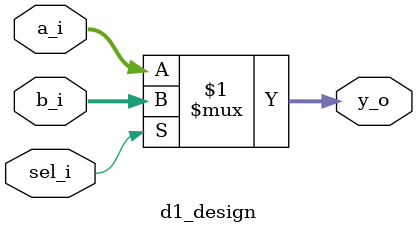
<source format=v>
module d1_design (
    input wire [7:0] a_i,
    input wire [7:0] b_i,
    input wire sel_i,
    output wire [7:0] y_o
);
  assign y_o = sel_i ? b_i : a_i;

endmodule

</source>
